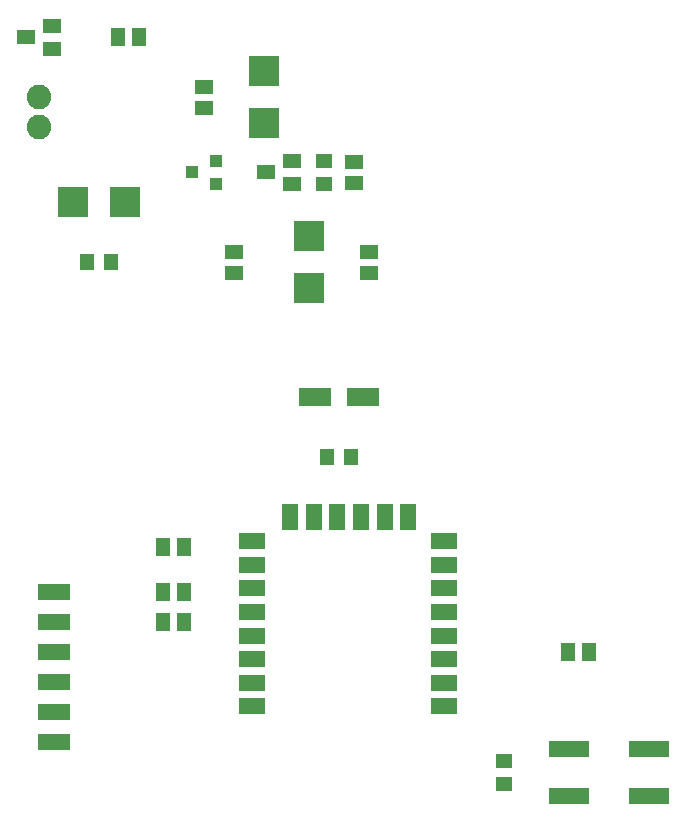
<source format=gts>
G75*
G70*
%OFA0B0*%
%FSLAX24Y24*%
%IPPOS*%
%LPD*%
%AMOC8*
5,1,8,0,0,1.08239X$1,22.5*
%
%ADD10R,0.0474X0.0572*%
%ADD11R,0.0572X0.0474*%
%ADD12R,0.1025X0.1025*%
%ADD13C,0.0820*%
%ADD14R,0.0867X0.0552*%
%ADD15R,0.0552X0.0867*%
%ADD16R,0.0434X0.0395*%
%ADD17R,0.0631X0.0474*%
%ADD18R,0.0631X0.0513*%
%ADD19R,0.0513X0.0631*%
%ADD20R,0.1104X0.0631*%
%ADD21R,0.1080X0.0580*%
%ADD22R,0.1340X0.0552*%
D10*
X016786Y017680D03*
X017574Y017680D03*
X009574Y024180D03*
X008786Y024180D03*
D11*
X016680Y026786D03*
X016680Y027574D03*
X022680Y007574D03*
X022680Y006786D03*
D12*
X016180Y023314D03*
X016180Y025046D03*
X014680Y028814D03*
X014680Y030546D03*
X010046Y026180D03*
X008314Y026180D03*
D13*
X007180Y028680D03*
X007180Y029680D03*
D14*
X014302Y014893D03*
X014302Y014105D03*
X014302Y013318D03*
X014302Y012530D03*
X014302Y011743D03*
X014302Y010956D03*
X014302Y010168D03*
X014302Y009381D03*
X020680Y009381D03*
X020680Y010168D03*
X020680Y010956D03*
X020680Y011743D03*
X020680Y012530D03*
X020680Y013318D03*
X020680Y014105D03*
X020680Y014893D03*
D15*
X019499Y015680D03*
X018711Y015680D03*
X017924Y015680D03*
X017137Y015680D03*
X016349Y015680D03*
X015562Y015680D03*
D16*
X013074Y026806D03*
X013074Y027554D03*
X012286Y027180D03*
D17*
X014747Y027180D03*
X015613Y026806D03*
X015613Y027554D03*
X007613Y031306D03*
X007613Y032054D03*
X006747Y031680D03*
D18*
X012680Y030024D03*
X012680Y029336D03*
X013680Y024524D03*
X013680Y023836D03*
X017680Y026836D03*
X017680Y027524D03*
X018180Y024524D03*
X018180Y023836D03*
D19*
X010524Y031680D03*
X009836Y031680D03*
X011336Y014680D03*
X012024Y014680D03*
X012024Y013180D03*
X011336Y013180D03*
X011336Y012180D03*
X012024Y012180D03*
X024836Y011180D03*
X025524Y011180D03*
D20*
X017987Y019680D03*
X016373Y019680D03*
D21*
X007680Y008180D03*
X007680Y009180D03*
X007680Y010180D03*
X007680Y011180D03*
X007680Y012180D03*
X007680Y013180D03*
D22*
X024841Y007967D03*
X024841Y006393D03*
X027519Y006393D03*
X027519Y007967D03*
M02*

</source>
